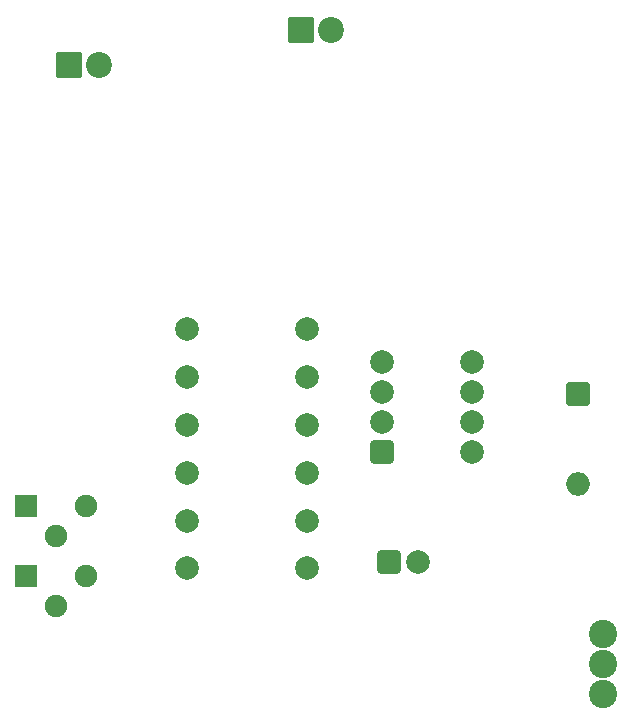
<source format=gbr>
%TF.GenerationSoftware,KiCad,Pcbnew,9.0.6*%
%TF.CreationDate,2025-11-30T13:40:04+01:00*%
%TF.ProjectId,Pinguin,50696e67-7569-46e2-9e6b-696361645f70,rev?*%
%TF.SameCoordinates,Original*%
%TF.FileFunction,Soldermask,Top*%
%TF.FilePolarity,Negative*%
%FSLAX46Y46*%
G04 Gerber Fmt 4.6, Leading zero omitted, Abs format (unit mm)*
G04 Created by KiCad (PCBNEW 9.0.6) date 2025-11-30 13:40:04*
%MOMM*%
%LPD*%
G01*
G04 APERTURE LIST*
G04 Aperture macros list*
%AMRoundRect*
0 Rectangle with rounded corners*
0 $1 Rounding radius*
0 $2 $3 $4 $5 $6 $7 $8 $9 X,Y pos of 4 corners*
0 Add a 4 corners polygon primitive as box body*
4,1,4,$2,$3,$4,$5,$6,$7,$8,$9,$2,$3,0*
0 Add four circle primitives for the rounded corners*
1,1,$1+$1,$2,$3*
1,1,$1+$1,$4,$5*
1,1,$1+$1,$6,$7*
1,1,$1+$1,$8,$9*
0 Add four rect primitives between the rounded corners*
20,1,$1+$1,$2,$3,$4,$5,0*
20,1,$1+$1,$4,$5,$6,$7,0*
20,1,$1+$1,$6,$7,$8,$9,0*
20,1,$1+$1,$8,$9,$2,$3,0*%
G04 Aperture macros list end*
%ADD10RoundRect,0.312500X-0.687500X-0.687500X0.687500X-0.687500X0.687500X0.687500X-0.687500X0.687500X0*%
%ADD11C,2.000000*%
%ADD12C,2.400000*%
%ADD13RoundRect,0.200000X-0.750000X-0.750000X0.750000X-0.750000X0.750000X0.750000X-0.750000X0.750000X0*%
%ADD14C,1.900000*%
%ADD15RoundRect,0.200000X-0.800000X0.800000X-0.800000X-0.800000X0.800000X-0.800000X0.800000X0.800000X0*%
%ADD16O,2.000000X2.000000*%
%ADD17RoundRect,0.200000X-0.900000X-0.900000X0.900000X-0.900000X0.900000X0.900000X-0.900000X0.900000X0*%
%ADD18C,2.200000*%
G04 APERTURE END LIST*
D10*
%TO.C,NE555*%
X113800000Y-102250000D03*
D11*
X113800000Y-99710000D03*
X113800000Y-97170000D03*
X113800000Y-94630000D03*
X121420000Y-94630000D03*
X121420000Y-97170000D03*
X121420000Y-99710000D03*
X121420000Y-102250000D03*
%TD*%
D12*
%TO.C,S1*%
X132450000Y-122700000D03*
X132450000Y-120160000D03*
X132450000Y-117620000D03*
%TD*%
D11*
%TO.C,R7*%
X97220000Y-95900000D03*
X107380000Y-95900000D03*
%TD*%
%TO.C,R6*%
X97220000Y-99950000D03*
X107380000Y-99950000D03*
%TD*%
%TO.C,R5*%
X97220000Y-104000000D03*
X107380000Y-104000000D03*
%TD*%
%TO.C,R4*%
X97220000Y-108050000D03*
X107380000Y-108050000D03*
%TD*%
%TO.C,R3*%
X97220000Y-112100000D03*
X107380000Y-112100000D03*
%TD*%
%TO.C,R1off1*%
X97220000Y-91850000D03*
X107380000Y-91850000D03*
%TD*%
D13*
%TO.C,Q2*%
X83650000Y-106800000D03*
D14*
X86190000Y-109340000D03*
X88730000Y-106800000D03*
%TD*%
D13*
%TO.C,Q1*%
X83650000Y-112742385D03*
D14*
X86190000Y-115282385D03*
X88730000Y-112742385D03*
%TD*%
D15*
%TO.C,1N4148*%
X130400000Y-97300000D03*
D16*
X130400000Y-104920000D03*
%TD*%
D17*
%TO.C,D2*%
X87250000Y-69500000D03*
D18*
X89790000Y-69500000D03*
%TD*%
D17*
%TO.C,D1*%
X106950000Y-66500000D03*
D18*
X109490000Y-66500000D03*
%TD*%
D10*
%TO.C,C1*%
X114350000Y-111550000D03*
D11*
X116850000Y-111550000D03*
%TD*%
M02*

</source>
